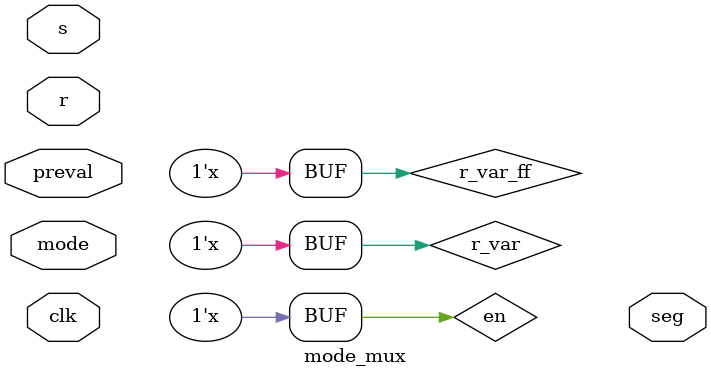
<source format=v>
`timescale 1ns / 1ps


module mode_mux(
    input s,
    input r,
    input clk,
    input [1:0] mode,
    input [7:0] preval,
    output [6:0] seg
    );
    
    reg [3:0] AN0, AN1, AN2, AN3;
    wire slow_clk;
    reg en = 0;             //enable
    reg [6:0] sseg;
    reg [3:0] an_var;
    reg dp_var;
    //reg edge_clk = 0;
    
    always @ (*)
    begin
    if (s)
       en = ~en;
    end
    
    reg r_var_ff; // reset flipflop button for the signal
    reg r_var = 1; //reset the signal
    
    always @ (*)
    begin
    r_var_ff <= r_var; // reset signal equals button flipflop
       if (r)          // reset button flipflop is 1 and reset is 0
           r_var = ~r_var;
    end
    
    always @(posedge slow_clk) 
    begin
    case(mode) 
    
    2'b00 : 
    if (r_var == 1) 
       begin
       AN0 = 4'b0000;
       AN1 = 4'b0000;
       AN2 = 4'b0000;
       AN3 = 4'b0000;
       end
       else if (en == 1)
       begin
           if (AN0 == 9)
           begin
           AN0 <= 0;
               if (AN1 == 9)
               begin
               AN1 <= 0;
                   if (AN2 == 9)
                   begin 
                   AN2 <= 0;
                       if (AN3 == 9)
                       begin
                       AN3 <= 9; AN2 <= 9; AN1 <= 9; AN0 <= 9;
                       end
                       else 
                       AN3 = AN3 + 1;
                       end
                   else 
                   AN2 = AN2 + 1;
                   end
               else
               AN1 = AN1 + 1;
               end
          else 
          AN0 = AN0 + 1; 
          end
         
    2'b01 : 
    if (r_var == 1)
       begin
       AN0 = 4'b0000;
       AN1 = 4'b0000;
       if (preval[3:0] >= 4'b1001)
           AN2 <=  4'b1001;
       else 
           AN2 <= preval[3:0];       // digit ones place - 7 seg an2
       if (preval[7:4] >= 4'b1001)
           AN3 <= 4'b1001;
       else 
           AN3 <= preval[7:4];      // digit tens place - 7 seg an3
       end
    else if(en == 1)
    begin
       if (AN0 == 9)
       begin
       AN0 <= 0;
           if (AN1 == 9)
           begin
           AN1 <= 0;
               if (AN2 == 9)
               begin 
               AN2 <= 0;
                   if (AN3 == 9)
                   begin
                   AN3 <= 9; AN2 <= 9; AN1 <= 9; AN0 <= 9;
                   end
                   else 
                   AN3 = AN3 + 1;
                   end
               else 
               AN2 = AN2 + 1;
               end
           else
           AN1 = AN1 + 1;
           end
      else 
      AN0 = AN0 + 1; 
      end       
              
    2'b10 :  
    if (r_var == 1) 
       begin
       AN0 = 4'b1001;
       AN1 = 4'b1001;
       AN2 = 4'b1001;
       AN3 = 4'b1001;
       end
       else if (en == 1)
       begin
           if (AN0 == 0)
           begin
           AN0 <= 9;
               if (AN1 == 0)
               begin
               AN1 <= 9;
                   if (AN2 == 0)
                   begin 
                   AN2 <= 9;
                       if (AN3 == 0)
                       begin
                       AN3 <= 0; AN2 <= 0; AN1 <= 0; AN0 <= 0;
                       end
                       else 
                       AN3 = AN3 - 1;
                       end
                   else 
                   AN2 = AN2 - 1;
                   end
               else
               AN1 = AN1 - 1;
               end
          else 
          AN0 = AN0 - 1; 
          end
    
    2'b11 : 
    if (r_var == 1)
       begin
       AN0 = 4'b1001;
       AN1 = 4'b1001;
       if (preval[3:0] >= 4'b1001)
           AN2 <=  4'b1001;
       else 
           AN2 <= preval[3:0];       // digit ones place - 7 seg an2
       if (preval[7:4] >= 4'b1001)
           AN3 <= 4'b1001;
       else 
           AN3 <= preval[7:4];      // digit tens place - 7 seg an3
       end 
       else if (en == 1)
               begin
                   if (AN0 == 0)
                   begin
                   AN0 <= 9;
                       if (AN1 == 0)
                       begin
                       AN1 <= 9;
                           if (AN2 == 0)
                           begin 
                           AN2 <= 9;
                               if (AN3 == 0)
                               begin
                               AN3 <= 0; AN2 <= 0; AN1 <= 0; AN0 <= 0;
                               end
                               else 
                               AN3 = AN3 - 1;
                               end
                           else 
                           AN2 = AN2 - 1;
                           end
                       else
                       AN1 = AN1 - 1;
                       end
                  else 
                  AN0 = AN0 - 1; 
                  end
       endcase
       end 
endmodule

</source>
